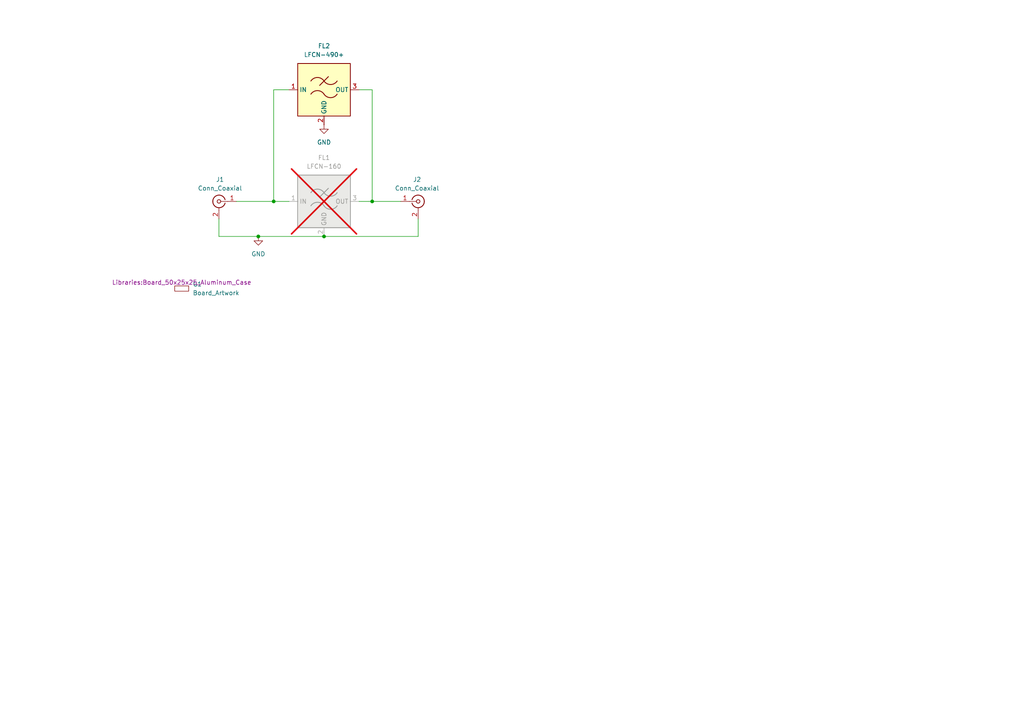
<source format=kicad_sch>
(kicad_sch (version 20231120) (generator "eeschema") (generator_version "8.0")
  (paper "A4")
  (lib_symbols
    (symbol "Connector:Conn_Coaxial" (pin_names (offset 1.016) hide)
      (property "Reference" "J" (at 0.254 3.048 0))
      (property "Value" "Conn_Coaxial" (at 2.921 0 90))
      (symbol "Conn_Coaxial_0_1"
        (arc (start -1.778 -0.508) (mid 0.2311 -1.8066) (end 1.778 0) (stroke (width 0.254)))
        (polyline (pts (xy -2.54 0) (xy -0.508 0)))
        (polyline (pts (xy 0 -2.54) (xy 0 -1.778)))
        (circle (center 0 0) (radius 0.508) (stroke (width 0.2032)))
        (arc (start 1.778 0) (mid 0.2099 1.8101) (end -1.778 0.508) (stroke (width 0.254)))
      )
      (symbol "Conn_Coaxial_1_1"
        (pin passive line (at -5.08 0 0) (length 2.54) (name "In") (number "1"))
        (pin passive line (at 0 -5.08 90) (length 2.54) (name "Ext") (number "2"))
      )
    )
    (symbol "RF_Filter:LFCN-160"
      (property "Reference" "FL" (at 0 10.795 0))
      (property "Value" "LFCN-160" (at 0 8.89 0))
      (symbol "LFCN-160_0_1"
        (rectangle (start -7.62 7.62) (end 7.62 -7.62) (stroke (width 0.254)) (fill (type background)))
        (arc (start 0 -1.27) (mid -1.905 -0.2505) (end -3.81 -1.27) (stroke (width 0.254)))
        (arc (start 0 -1.27) (mid 1.905 -2.2895) (end 3.81 -1.27) (stroke (width 0.254)))
        (polyline (pts (xy -1.27 1.27) (xy 1.27 3.81)) (stroke (width 0.254)))
        (arc (start 0 2.54) (mid -1.905 3.5595) (end -3.81 2.54) (stroke (width 0.254)))
        (arc (start 0 2.54) (mid 1.905 1.5205) (end 3.81 2.54) (stroke (width 0.254)))
      )
      (symbol "LFCN-160_1_1"
        (pin passive line (at -10.16 0 0) (length 2.54) (name "IN") (number "1"))
        (pin passive line (at 0 -10.16 90) (length 2.54) (name "GND") (number "2"))
        (pin passive line (at 10.16 0 180) (length 2.54) (name "OUT") (number "3"))
        (pin passive line (at 0 -10.16 90) (length 2.54) hide (name "GND") (number "4"))
      )
    )
    (symbol "Smitty:Board_Artwork" (in_bom no)
      (property "Reference" "G" (at 0 0 0))
      (property "Value" "Board_Artwork" (at 0 2.032 0))
      (symbol "Board_Artwork_0_1"
        (rectangle (start -2.032 -1.016) (end 2.032 -2.54))
      )
    )
    (symbol "power:GND" (power) (pin_numbers hide) (pin_names (offset 0) hide)
      (property "Value" "GND" (at 0 -3.81 0))
      (symbol "GND_0_1"
        (polyline (pts (xy 0 0) (xy 0 -1.27) (xy 1.27 -1.27) (xy 0 -2.54) (xy -1.27 -1.27) (xy 0 -1.27)))
      )
      (symbol "GND_1_1"
        (pin power_in line (at 0 0 270) (length 0) (name "~") (number "1"))
      )
    )
  )
  (junction (at 93.98 68.58))
  (junction (at 107.95 58.42))
  (junction (at 74.93 68.58))
  (junction (at 79.375 58.42))
  (wire (pts (xy 79.375 26.035) (xy 79.375 58.42)))
  (wire (pts (xy 63.5 63.5) (xy 63.5 68.58)))
  (wire (pts (xy 68.58 58.42) (xy 79.375 58.42)))
  (wire (pts (xy 79.375 58.42) (xy 83.82 58.42)))
  (wire (pts (xy 104.14 26.035) (xy 107.95 26.035)))
  (wire (pts (xy 93.98 68.58) (xy 121.285 68.58)))
  (wire (pts (xy 104.14 58.42) (xy 107.95 58.42)))
  (wire (pts (xy 63.5 68.58) (xy 74.93 68.58)))
  (wire (pts (xy 107.95 58.42) (xy 116.205 58.42)))
  (wire (pts (xy 107.95 26.035) (xy 107.95 58.42)))
  (wire (pts (xy 121.285 68.58) (xy 121.285 63.5)))
  (wire (pts (xy 74.93 68.58) (xy 93.98 68.58)))
  (wire (pts (xy 83.82 26.035) (xy 79.375 26.035)))
  (symbol (lib_id "Connector:Conn_Coaxial") (at 121.285 58.42 0) (unit 1) (in_bom no)
    (property "Reference" "J2" (at 120.9676 52.07 0))
    (property "Value" "Conn_Coaxial" (at 120.9676 54.61 0))
    (property "Footprint" "Libraries:Conn_BNC_Midplane_Amphenol_112640" (effects (hide yes)))
    (property "Description" "coaxial connector (BNC, SMA, SMB, SMC, Cinch/RCA, LEMO, ...)" (effects (hide yes)))
  )
  (symbol (lib_id "RF_Filter:LFCN-160") (at 93.98 58.42 0) (unit 1) (dnp yes)
    (property "Reference" "FL1" (at 93.98 45.72 0))
    (property "Value" "LFCN-160" (at 93.98 48.26 0))
    (property "Footprint" "Filter:Filter_Mini-Circuits_FV1206" (effects (hide yes)))
    (property "Datasheet" "https://www.minicircuits.com/pdfs/LFCN-160+.pdf" (effects (hide yes)))
    (property "Description" "160MHz 50 Ohm Passive Low Pass Filter, FV1206" (effects (hide yes)))
    (property "LCSC" "C879890" (effects (hide yes)))
    (property "LCSC VHF" "C879890" (effects (hide yes)))
    (property "LCSC UHF" "C5333288" (effects (hide yes)))
  )
  (symbol (lib_id "power:GND") (at 74.93 68.58 0) (unit 1)
    (property "Reference" "#PWR1" (effects (hide yes)))
    (property "Value" "GND" (at 74.93 73.66 0))
    (property "Description" "Power symbol creates a global label with name \"GND\" , ground" (effects (hide yes)))
  )
  (symbol (lib_id "RF_Filter:LFCN-160") (at 93.98 26.035 0) (unit 1)
    (property "Reference" "FL2" (at 93.98 13.335 0))
    (property "Value" "LFCN-490+" (at 93.98 15.875 0))
    (property "Footprint" "Filter:Filter_Mini-Circuits_FV1206" (effects (hide yes)))
    (property "Datasheet" "https://www.minicircuits.com/pdfs/LFCN-160+.pdf" (effects (hide yes)))
    (property "Description" "160MHz 50 Ohm Passive Low Pass Filter, FV1206" (effects (hide yes)))
    (property "LCSC" "C5333288" (effects (hide yes)))
    (property "LCSC VHF" "C879890" (effects (hide yes)))
    (property "LCSC UHF" "C5333288" (effects (hide yes)))
  )
  (symbol (lib_id "Smitty:Board_Artwork") (at 52.705 81.915 0) (unit 1) (in_bom no)
    (property "Reference" "G1" (at 55.88 82.4229 0) (effects (justify left)))
    (property "Value" "Board_Artwork" (at 55.88 84.9629 0) (effects (justify left)))
    (property "Footprint" "Libraries:Board_50x25x25_Aluminum_Case" (at 52.705 81.915 0))
  )
  (symbol (lib_id "Connector:Conn_Coaxial") (at 63.5 58.42 0) (mirror y) (unit 1) (in_bom no)
    (property "Reference" "J1" (at 63.8174 52.07 0))
    (property "Value" "Conn_Coaxial" (at 63.8174 54.61 0))
    (property "Footprint" "Libraries:Conn_BNC_Midplane_Amphenol_112640" (effects (hide yes)))
    (property "Description" "coaxial connector (BNC, SMA, SMB, SMC, Cinch/RCA, LEMO, ...)" (effects (hide yes)))
  )
  (symbol (lib_id "power:GND") (at 93.98 36.195 0) (unit 1)
    (property "Reference" "#PWR2" (effects (hide yes)))
    (property "Value" "GND" (at 93.98 41.275 0))
    (property "Description" "Power symbol creates a global label with name \"GND\" , ground" (effects (hide yes)))
  )
)
</source>
